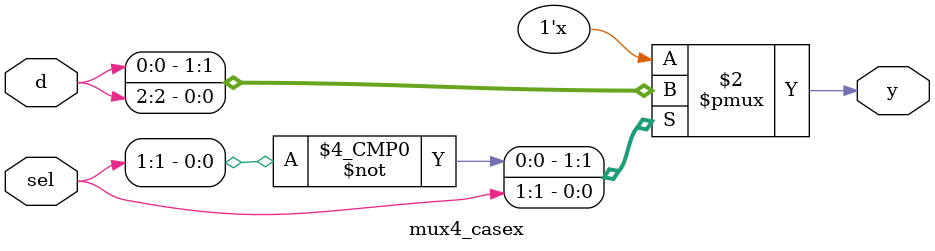
<source format=v>
module mux4_casex (input [1:0] sel, input [3:0] d, output reg y);
  always @(*) begin
    casex (sel)
      2'b0x: y = d[0]; 
      2'b1x: y = d[2];   
      default: y = 1'b0;
    endcase
  end
endmodule


</source>
